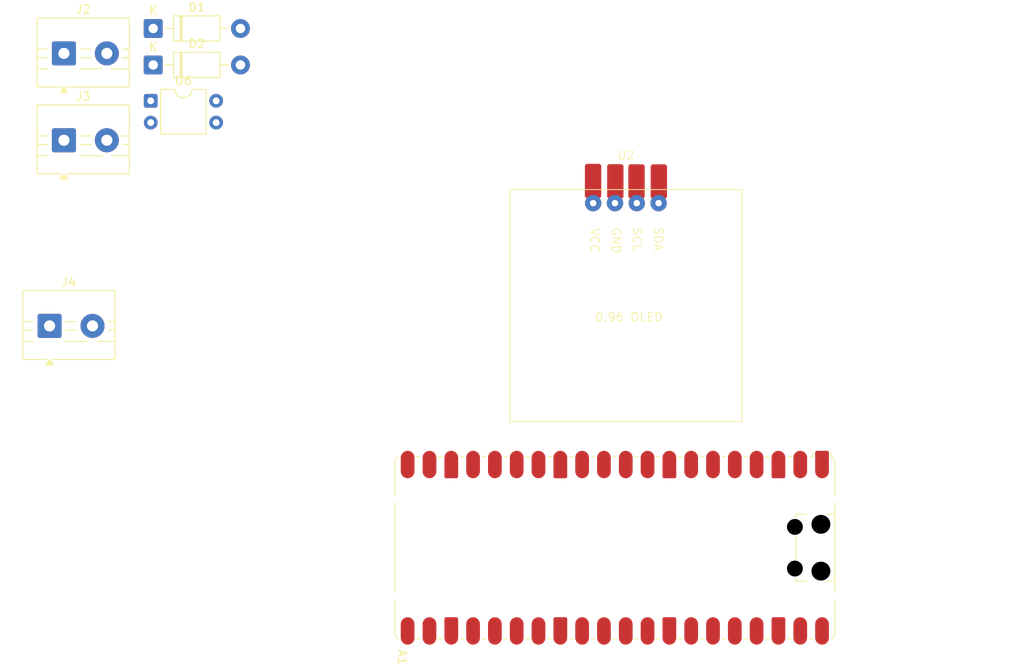
<source format=kicad_pcb>
(kicad_pcb (version 20241229) (generator "pcbnew") (generator_version "9.0")
  (layers (0 "F.Cu" signal) (2 "B.Cu" signal) (13 "F.Paste" user) (15 "B.Paste" user) (5 "F.SilkS" user "F.Silkscreen") (7 "B.SilkS" user "B.Silkscreen") (1 "F.Mask" user) (3 "B.Mask" user) (25 "Edge.Cuts" user))
  (net 0 "")
  (net 2 "SDA")
  (net 4 "GND")
  (net 28 "+3.3V")
  (net 30 "VSYS")
  (net 33 "SCL")
  (net 35 "Net-(D1-A)")
  (net 36 "Net-(D1-K)")
  (net 37 "Net-(D2-A)")
  (net 38 "Net-(J2-Pin_2)")
  (net 39 "Net-(J2-Pin_1)")
  (net 40 "Net-(J3-Pin_2)")
  (net 41 "Net-(J3-Pin_1)")
  (net 42 "Net-(J4-Pin_2)")
  (net 43 "Net-(J4-Pin_1)")
  (net 44 "/External_GPIO")
  (net 45 "/External_GND")
  (net 46 "Net-(R1-Pad2)")
  (footprint "TerminalBlock:TerminalBlock_MaiXu_MX126-5.0-02P_1x02_P5.00mm" (layer "F.Cu") (at 45.375 87.525)
    (property "Reference" "J4" (at 2.25 -5.12 0) (layer "F.SilkS"))
    (property "Value" "Screw_Terminal_01x02")
    (fp_line (start -3.12 -4.12) (end 7.62 -4.12) (stroke (width 0.12)) (layer "F.SilkS"))
    (fp_line (start -3.12 -0.5) (end -1.88 -0.5) (stroke (width 0.12)) (layer "F.SilkS"))
    (fp_line (start -3.12 0.5) (end -1.88 0.5) (stroke (width 0.12)) (layer "F.SilkS"))
    (fp_line (start -3.12 1.8) (end -1.88 1.8) (stroke (width 0.12)) (layer "F.SilkS"))
    (fp_line (start -3.12 3.92) (end -3.12 -4.12) (stroke (width 0.12)) (layer "F.SilkS"))
    (fp_line (start -0.3 3.92) (end -3.12 3.92) (stroke (width 0.12)) (layer "F.SilkS"))
    (fp_line (start 1.88 -0.5) (end 3.188 -0.5) (stroke (width 0.12)) (layer "F.SilkS"))
    (fp_line (start 1.88 0.5) (end 3.188 0.5) (stroke (width 0.12)) (layer "F.SilkS"))
    (fp_line (start 1.88 1.8) (end 4.457 1.8) (stroke (width 0.12)) (layer "F.SilkS"))
    (fp_line (start 5.543 1.8) (end 7.62 1.8) (stroke (width 0.12)) (layer "F.SilkS"))
    (fp_line (start 6.812 -0.5) (end 7.62 -0.5) (stroke (width 0.12)) (layer "F.SilkS"))
    (fp_line (start 6.812 0.5) (end 7.62 0.5) (stroke (width 0.12)) (layer "F.SilkS"))
    (fp_line (start 7.62 -4.12) (end 7.62 3.92) (stroke (width 0.12)) (layer "F.SilkS"))
    (fp_line (start 7.62 3.92) (end 0.3 3.92) (stroke (width 0.12)) (layer "F.SilkS"))
    (fp_poly (pts (xy 0 3.92) (xy 0.44 4.53) (xy -0.44 4.53)) (stroke (width 0.12)) (fill yes) (layer "F.SilkS"))
    (pad "1" thru_hole roundrect (at 0 0) (size 2.8 2.8) (drill 1.3) (layers "*.Cu" "*.Mask") (roundrect_rratio 0.089286) (net 43 "Net-(J4-Pin_1)"))
    (pad "2" thru_hole circle (at 5 0) (size 2.8 2.8) (drill 1.3) (layers "*.Cu" "*.Mask") (net 42 "Net-(J4-Pin_2)"))
  )
  (footprint "TerminalBlock:TerminalBlock_MaiXu_MX126-5.0-02P_1x02_P5.00mm" (layer "F.Cu") (at 47.045 55.79)
    (property "Reference" "J2" (at 2.25 -5.12 0) (layer "F.SilkS"))
    (property "Value" "Screw_Terminal_01x02")
    (fp_line (start -3.12 -4.12) (end 7.62 -4.12) (stroke (width 0.12)) (layer "F.SilkS"))
    (fp_line (start -3.12 -0.5) (end -1.88 -0.5) (stroke (width 0.12)) (layer "F.SilkS"))
    (fp_line (start -3.12 0.5) (end -1.88 0.5) (stroke (width 0.12)) (layer "F.SilkS"))
    (fp_line (start -3.12 1.8) (end -1.88 1.8) (stroke (width 0.12)) (layer "F.SilkS"))
    (fp_line (start -3.12 3.92) (end -3.12 -4.12) (stroke (width 0.12)) (layer "F.SilkS"))
    (fp_line (start -0.3 3.92) (end -3.12 3.92) (stroke (width 0.12)) (layer "F.SilkS"))
    (fp_line (start 1.88 -0.5) (end 3.188 -0.5) (stroke (width 0.12)) (layer "F.SilkS"))
    (fp_line (start 1.88 0.5) (end 3.188 0.5) (stroke (width 0.12)) (layer "F.SilkS"))
    (fp_line (start 1.88 1.8) (end 4.457 1.8) (stroke (width 0.12)) (layer "F.SilkS"))
    (fp_line (start 5.543 1.8) (end 7.62 1.8) (stroke (width 0.12)) (layer "F.SilkS"))
    (fp_line (start 6.812 -0.5) (end 7.62 -0.5) (stroke (width 0.12)) (layer "F.SilkS"))
    (fp_line (start 6.812 0.5) (end 7.62 0.5) (stroke (width 0.12)) (layer "F.SilkS"))
    (fp_line (start 7.62 -4.12) (end 7.62 3.92) (stroke (width 0.12)) (layer "F.SilkS"))
    (fp_line (start 7.62 3.92) (end 0.3 3.92) (stroke (width 0.12)) (layer "F.SilkS"))
    (fp_poly (pts (xy 0 3.92) (xy 0.44 4.53) (xy -0.44 4.53)) (stroke (width 0.12)) (fill yes) (layer "F.SilkS"))
    (pad "1" thru_hole roundrect (at 0 0) (size 2.8 2.8) (drill 1.3) (layers "*.Cu" "*.Mask") (roundrect_rratio 0.089286) (net 39 "Net-(J2-Pin_1)"))
    (pad "2" thru_hole circle (at 5 0) (size 2.8 2.8) (drill 1.3) (layers "*.Cu" "*.Mask") (net 38 "Net-(J2-Pin_2)"))
  )
  (footprint "Diode_THT:D_DO-41_SOD81_P10.16mm_Horizontal" (layer "F.Cu") (at 57.445 52.89)
    (property "Reference" "D1" (at 5.08 -2.47 0) (layer "F.SilkS"))
    (property "Value" "1N4007")
    (fp_line (start 1.34 0) (end 2.36 0) (stroke (width 0.12)) (layer "F.SilkS"))
    (fp_line (start 3.14 -1.47) (end 3.14 1.47) (stroke (width 0.12)) (layer "F.SilkS"))
    (fp_line (start 3.26 -1.47) (end 3.26 1.47) (stroke (width 0.12)) (layer "F.SilkS"))
    (fp_line (start 3.38 -1.47) (end 3.38 1.47) (stroke (width 0.12)) (layer "F.SilkS"))
    (fp_line (start 8.82 0) (end 7.8 0) (stroke (width 0.12)) (layer "F.SilkS"))
    (fp_rect (start 2.36 -1.47) (end 7.8 1.47) (stroke (width 0.12)) (fill no) (layer "F.SilkS"))
    (fp_text user "K" (at 0 -2.1 0) (layer "F.SilkS"))
    (pad "1" thru_hole roundrect (at 0 0) (size 2.2 2.2) (drill 1.1) (layers "*.Cu" "*.Mask") (roundrect_rratio 0.113636) (net 36 "Net-(D1-K)"))
    (pad "2" thru_hole circle (at 10.16 0) (size 2.2 2.2) (drill 1.1) (layers "*.Cu" "*.Mask") (net 35 "Net-(D1-A)"))
  )
  (footprint "Package_DIP:DIP-4_W7.62mm" (layer "F.Cu") (at 57.155 61.31)
    (property "Reference" "U6" (at 3.81 -2.33 0) (layer "F.SilkS"))
    (property "Value" "PC817")
    (fp_line (start 1.16 -1.33) (end 1.16 3.87) (stroke (width 0.12)) (layer "F.SilkS"))
    (fp_line (start 1.16 3.87) (end 6.46 3.87) (stroke (width 0.12)) (layer "F.SilkS"))
    (fp_line (start 2.81 -1.33) (end 1.16 -1.33) (stroke (width 0.12)) (layer "F.SilkS"))
    (fp_line (start 6.46 -1.33) (end 4.81 -1.33) (stroke (width 0.12)) (layer "F.SilkS"))
    (fp_line (start 6.46 3.87) (end 6.46 -1.33) (stroke (width 0.12)) (layer "F.SilkS"))
    (fp_arc (start 4.81 -1.33) (mid 3.81 -0.33) (end 2.81 -1.33) (stroke (width 0.12)) (layer "F.SilkS"))
    (pad "1" thru_hole roundrect (at 0 0) (size 1.6 1.6) (drill 0.8) (layers "*.Cu" "*.Mask") (roundrect_rratio 0.15625) (net 46 "Net-(R1-Pad2)"))
    (pad "2" thru_hole circle (at 0 2.54) (size 1.6 1.6) (drill 0.8) (layers "*.Cu" "*.Mask") (net 4 "GND"))
    (pad "3" thru_hole circle (at 7.62 2.54) (size 1.6 1.6) (drill 0.8) (layers "*.Cu" "*.Mask") (net 45 "/External_GND"))
    (pad "4" thru_hole circle (at 7.62 0) (size 1.6 1.6) (drill 0.8) (layers "*.Cu" "*.Mask") (net 44 "/External_GPIO"))
  )
  (footprint "TerminalBlock:TerminalBlock_MaiXu_MX126-5.0-02P_1x02_P5.00mm" (layer "F.Cu") (at 47.045 65.905)
    (property "Reference" "J3" (at 2.25 -5.12 0) (layer "F.SilkS"))
    (property "Value" "Screw_Terminal_01x02")
    (fp_line (start -3.12 -4.12) (end 7.62 -4.12) (stroke (width 0.12)) (layer "F.SilkS"))
    (fp_line (start -3.12 -0.5) (end -1.88 -0.5) (stroke (width 0.12)) (layer "F.SilkS"))
    (fp_line (start -3.12 0.5) (end -1.88 0.5) (stroke (width 0.12)) (layer "F.SilkS"))
    (fp_line (start -3.12 1.8) (end -1.88 1.8) (stroke (width 0.12)) (layer "F.SilkS"))
    (fp_line (start -3.12 3.92) (end -3.12 -4.12) (stroke (width 0.12)) (layer "F.SilkS"))
    (fp_line (start -0.3 3.92) (end -3.12 3.92) (stroke (width 0.12)) (layer "F.SilkS"))
    (fp_line (start 1.88 -0.5) (end 3.188 -0.5) (stroke (width 0.12)) (layer "F.SilkS"))
    (fp_line (start 1.88 0.5) (end 3.188 0.5) (stroke (width 0.12)) (layer "F.SilkS"))
    (fp_line (start 1.88 1.8) (end 4.457 1.8) (stroke (width 0.12)) (layer "F.SilkS"))
    (fp_line (start 5.543 1.8) (end 7.62 1.8) (stroke (width 0.12)) (layer "F.SilkS"))
    (fp_line (start 6.812 -0.5) (end 7.62 -0.5) (stroke (width 0.12)) (layer "F.SilkS"))
    (fp_line (start 6.812 0.5) (end 7.62 0.5) (stroke (width 0.12)) (layer "F.SilkS"))
    (fp_line (start 7.62 -4.12) (end 7.62 3.92) (stroke (width 0.12)) (layer "F.SilkS"))
    (fp_line (start 7.62 3.92) (end 0.3 3.92) (stroke (width 0.12)) (layer "F.SilkS"))
    (fp_poly (pts (xy 0 3.92) (xy 0.44 4.53) (xy -0.44 4.53)) (stroke (width 0.12)) (fill yes) (layer "F.SilkS"))
    (pad "1" thru_hole roundrect (at 0 0) (size 2.8 2.8) (drill 1.3) (layers "*.Cu" "*.Mask") (roundrect_rratio 0.089286) (net 41 "Net-(J3-Pin_1)"))
    (pad "2" thru_hole circle (at 5 0) (size 2.8 2.8) (drill 1.3) (layers "*.Cu" "*.Mask") (net 40 "Net-(J3-Pin_2)"))
  )
  (footprint "Module:RaspberryPi_Pico_Common_SMD" (layer "F.Cu") (at 111.205 113.36 -90)
    (property "Reference" "A1" (at 11.7475 24.765 270) (layer "F.SilkS") (effects (justify left)))
    (property "Value" "RaspberryPi_Pico")
    (fp_line (start -10 25.61) (end -6.162061 25.61) (stroke (width 0.12)) (layer "F.SilkS"))
    (fp_line (start -3.6 25.61) (end -5.237939 25.61) (stroke (width 0.12)) (layer "F.SilkS"))
    (fp_line (start 3.6 25.61) (end -3.6 25.61) (stroke (width 0.12)) (layer "F.SilkS"))
    (fp_line (start 5.237939 25.61) (end 3.6 25.61) (stroke (width 0.12)) (layer "F.SilkS"))
    (fp_line (start 6.162061 25.61) (end 10 25.61) (stroke (width 0.12)) (layer "F.SilkS"))
    (fp_line (start -10.61 22.65) (end -10.61 23.07) (stroke (width 0.12)) (layer "F.SilkS"))
    (fp_line (start 10.61 22.65) (end 10.61 23.07) (stroke (width 0.12)) (layer "F.SilkS"))
    (fp_line (start -10.61 20.11) (end -10.61 20.53) (stroke (width 0.12)) (layer "F.SilkS"))
    (fp_line (start 10.61 20.11) (end 10.61 20.53) (stroke (width 0.12)) (layer "F.SilkS"))
    (fp_line (start -10.61 17.57) (end -10.61 17.99) (stroke (width 0.12)) (layer "F.SilkS"))
    (fp_line (start 10.61 17.57) (end 10.61 17.99) (stroke (width 0.12)) (layer "F.SilkS"))
    (fp_line (start -10.61 15.03) (end -10.61 15.45) (stroke (width 0.12)) (layer "F.SilkS"))
    (fp_line (start 10.61 15.03) (end 10.61 15.45) (stroke (width 0.12)) (layer "F.SilkS"))
    (fp_line (start -10.61 12.49) (end -10.61 12.91) (stroke (width 0.12)) (layer "F.SilkS"))
    (fp_line (start 10.61 12.49) (end 10.61 12.91) (stroke (width 0.12)) (layer "F.SilkS"))
    (fp_line (start -10.61 9.95) (end -10.61 10.37) (stroke (width 0.12)) (layer "F.SilkS"))
    (fp_line (start 10.61 9.95) (end 10.61 10.37) (stroke (width 0.12)) (layer "F.SilkS"))
    (fp_line (start -10.61 7.41) (end -10.61 7.83) (stroke (width 0.12)) (layer "F.SilkS"))
    (fp_line (start 10.61 7.41) (end 10.61 7.83) (stroke (width 0.12)) (layer "F.SilkS"))
    (fp_line (start -10.61 4.87) (end -10.61 5.29) (stroke (width 0.12)) (layer "F.SilkS"))
    (fp_line (start 10.61 4.87) (end 10.61 5.29) (stroke (width 0.12)) (layer "F.SilkS"))
    (fp_line (start -10.61 2.33) (end -10.61 2.75) (stroke (width 0.12)) (layer "F.SilkS"))
    (fp_line (start 10.61 2.33) (end 10.61 2.75) (stroke (width 0.12)) (layer "F.SilkS"))
    (fp_line (start -10.61 -0.21) (end -10.61 0.21) (stroke (width 0.12)) (layer "F.SilkS"))
    (fp_line (start 10.61 -0.21) (end 10.61 0.21) (stroke (width 0.12)) (layer "F.SilkS"))
    (fp_line (start -10.61 -2.75) (end -10.61 -2.33) (stroke (width 0.12)) (layer "F.SilkS"))
    (fp_line (start 10.61 -2.75) (end 10.61 -2.33) (stroke (width 0.12)) (layer "F.SilkS"))
    (fp_line (start -10.61 -5.29) (end -10.61 -4.87) (stroke (width 0.12)) (layer "F.SilkS"))
    (fp_line (start 10.61 -5.29) (end 10.61 -4.87) (stroke (width 0.12)) (layer "F.SilkS"))
    (fp_line (start -10.61 -7.83) (end -10.61 -7.41) (stroke (width 0.12)) (layer "F.SilkS"))
    (fp_line (start 10.61 -7.83) (end 10.61 -7.41) (stroke (width 0.12)) (layer "F.SilkS"))
    (fp_line (start -10.61 -10.37) (end -10.61 -9.95) (stroke (width 0.12)) (layer "F.SilkS"))
    (fp_line (start 10.61 -10.37) (end 10.61 -9.95) (stroke (width 0.12)) (layer "F.SilkS"))
    (fp_line (start -10.61 -12.91) (end -10.61 -12.49) (stroke (width 0.12)) (layer "F.SilkS"))
    (fp_line (start 10.61 -12.91) (end 10.61 -12.49) (stroke (width 0.12)) (layer "F.SilkS"))
    (fp_line (start -10.61 -15.45) (end -10.61 -15.03) (stroke (width 0.12)) (layer "F.SilkS"))
    (fp_line (start 10.61 -15.45) (end 10.61 -15.03) (stroke (width 0.12)) (layer "F.SilkS"))
    (fp_line (start -10.61 -17.99) (end -10.61 -17.57) (stroke (width 0.12)) (layer "F.SilkS"))
    (fp_line (start 10.61 -17.99) (end 10.61 -17.57) (stroke (width 0.12)) (layer "F.SilkS"))
    (fp_line (start -10.61 -20.53) (end -10.61 -20.11) (stroke (width 0.12)) (layer "F.SilkS"))
    (fp_line (start 10.61 -20.53) (end 10.61 -20.11) (stroke (width 0.12)) (layer "F.SilkS"))
    (fp_line (start -3.9 -21.09) (end -3.60391 -21.09) (stroke (width 0.12)) (layer "F.SilkS"))
    (fp_line (start -1.24609 -21.09) (end 1.24609 -21.09) (stroke (width 0.12)) (layer "F.SilkS"))
    (fp_line (start 3.60391 -21.09) (end 3.9 -21.09) (stroke (width 0.12)) (layer "F.SilkS"))
    (fp_line (start -3.9 -22.306) (end -3.9 -21.09) (stroke (width 0.12)) (layer "F.SilkS"))
    (fp_line (start 3.9 -22.306) (end 3.9 -21.09) (stroke (width 0.12)) (layer "F.SilkS"))
    (fp_line (start -10.61 -23.07) (end -10.61 -22.65) (stroke (width 0.12)) (layer "F.SilkS"))
    (fp_line (start -10.61 -23.07) (end -11.09 -23.07) (stroke (width 0.12)) (layer "F.SilkS"))
    (fp_line (start 10.61 -23.07) (end 10.61 -22.65) (stroke (width 0.12)) (layer "F.SilkS"))
    (fp_line (start -10.579676 -25.19) (end -11.09 -25.19) (stroke (width 0.12)) (layer "F.SilkS"))
    (fp_line (start -10 -25.61) (end -7.51 -25.61) (stroke (width 0.12)) (layer "F.SilkS"))
    (fp_line (start -7.51 -25.61) (end -6.16206 -25.61) (stroke (width 0.12)) (layer "F.SilkS"))
    (fp_line (start -5.237939 -25.61) (end -4.235 -25.61) (stroke (width 0.12)) (layer "F.SilkS"))
    (fp_line (start -4.235 -25.61) (end 4.235 -25.61) (stroke (width 0.12)) (layer "F.SilkS"))
    (fp_line (start -3.9 -25.61) (end -3.9 -24.694) (stroke (width 0.12)) (layer "F.SilkS"))
    (fp_line (start 3.9 -25.61) (end 3.9 -24.694) (stroke (width 0.12)) (layer "F.SilkS"))
    (fp_line (start 4.235 -25.61) (end 5.237939 -25.61) (stroke (width 0.12)) (layer "F.SilkS"))
    (fp_line (start 6.162061 -25.61) (end 7.51 -25.61) (stroke (width 0.12)) (layer "F.SilkS"))
    (fp_line (start 10 -25.61) (end 7.51 -25.61) (stroke (width 0.12)) (layer "F.SilkS"))
    (fp_arc (start -10 25.61) (mid -10.357937 25.493944) (end -10.579676 25.189937) (stroke (width 0.12)) (layer "F.SilkS"))
    (fp_arc (start 10.579676 25.189937) (mid 10.357946 25.493957) (end 10 25.61) (stroke (width 0.12)) (layer "F.SilkS"))
    (fp_arc (start -10.579676 -25.19) (mid -10.357938 -25.493944) (end -10 -25.61) (stroke (width 0.12)) (layer "F.SilkS"))
    (fp_arc (start 10 -25.61) (mid 10.357937 -25.493944) (end 10.579676 -25.189937) (stroke (width 0.12)) (layer "F.SilkS"))
    (pad "" smd rect (at -8.89 -24.13 270) (size 3.8 2.2) (drill (offset -0.8 0)) (layers "F.Paste"))
    (pad "" smd rect (at -8.89 -21.59 270) (size 3.8 2.2) (drill (offset -0.8 0)) (layers "F.Paste"))
    (pad "" smd rect (at -8.89 -19.05 270) (size 3.8 2.2) (drill (offset -0.8 0)) (layers "F.Paste"))
    (pad "" smd rect (at -8.89 -16.51 270) (size 3.8 2.2) (drill (offset -0.8 0)) (layers "F.Paste"))
    (pad "" smd rect (at -8.89 -13.97 270) (size 3.8 2.2) (drill (offset -0.8 0)) (layers "F.Paste"))
    (pad "" smd rect (at -8.89 -11.43 270) (size 3.8 2.2) (drill (offset -0.8 0)) (layers "F.Paste"))
    (pad "" smd rect (at -8.89 -8.89 270) (size 3.8 2.2) (drill (offset -0.8 0)) (layers "F.Paste"))
    (pad "" smd rect (at -8.89 -6.35 270) (size 3.8 2.2) (drill (offset -0.8 0)) (layers "F.Paste"))
    (pad "" smd rect (at -8.89 -3.81 270) (size 3.8 2.2) (drill (offset -0.8 0)) (layers "F.Paste"))
    (pad "" smd rect (at -8.89 -1.27 270) (size 3.8 2.2) (drill (offset -0.8 0)) (layers "F.Paste"))
    (pad "" smd rect (at -8.89 1.27 270) (size 3.8 2.2) (drill (offset -0.8 0)) (layers "F.Paste"))
    (pad "" smd rect (at -8.89 3.81 270) (size 3.8 2.2) (drill (offset -0.8 0)) (layers "F.Paste"))
    (pad "" smd rect (at -8.89 6.35 270) (size 3.8 2.2) (drill (offset -0.8 0)) (layers "F.Paste"))
    (pad "" smd rect (at -8.89 8.89 270) (size 3.8 2.2) (drill (offset -0.8 0)) (layers "F.Paste"))
    (pad "" smd rect (at -8.89 11.43 270) (size 3.8 2.2) (drill (offset -0.8 0)) (layers "F.Paste"))
    (pad "" smd rect (at -8.89 13.97 270) (size 3.8 2.2) (drill (offset -0.8 0)) (layers "F.Paste"))
    (pad "" smd rect (at -8.89 16.51 270) (size 3.8 2.2) (drill (offset -0.8 0)) (layers "F.Paste"))
    (pad "" smd rect (at -8.89 19.05 270) (size 3.8 2.2) (drill (offset -0.8 0)) (layers "F.Paste"))
    (pad "" smd rect (at -8.89 21.59 270) (size 3.8 2.2) (drill (offset -0.8 0)) (layers "F.Paste"))
    (pad "" smd rect (at -8.89 24.13 270) (size 3.8 2.2) (drill (offset -0.8 0)) (layers "F.Paste"))
    (pad "" np_thru_hole circle (at -2.725 -24 270) (size 2.2 2.2) (drill 2.2) (layers "*.Mask"))
    (pad "" np_thru_hole circle (at -2.425 -20.97 270) (size 1.85 1.85) (drill 1.85) (layers "*.Mask"))
    (pad "" np_thru_hole circle (at 2.425 -20.97 270) (size 1.85 1.85) (drill 1.85) (layers "*.Mask"))
    (pad "" np_thru_hole circle (at 2.725 -24 270) (size 2.2 2.2) (drill 2.2) (layers "*.Mask"))
    (pad "" smd rect (at 8.89 -24.13 270) (size 3.8 2.2) (drill (offset 0.8 0)) (layers "F.Paste"))
    (pad "" smd rect (at 8.89 -21.59 270) (size 3.8 2.2) (drill (offset 0.8 0)) (layers "F.Paste"))
    (pad "" smd rect (at 8.89 -19.05 270) (size 3.8 2.2) (drill (offset 0.8 0)) (layers "F.Paste"))
    (pad "" smd rect (at 8.89 -16.51 270) (size 3.8 2.2) (drill (offset 0.8 0)) (layers "F.Paste"))
    (pad "" smd rect (at 8.89 -13.97 270) (size 3.8 2.2) (drill (offset 0.8 0)) (layers "F.Paste"))
    (pad "" smd rect (at 8.89 -11.43 270) (size 3.8 2.2) (drill (offset 0.8 0)) (layers "F.Paste"))
    (pad "" smd rect (at 8.89 -8.89 270) (size 3.8 2.2) (drill (offset 0.8 0)) (layers "F.Paste"))
    (pad "" smd rect (at 8.89 -6.35 270) (size 3.8 2.2) (drill (offset 0.8 0)) (layers "F.Paste"))
    (pad "" smd rect (at 8.89 -3.81 270) (size 3.8 2.2) (drill (offset 0.8 0)) (layers "F.Paste"))
    (pad "" smd rect (at 8.89 -1.27 270) (size 3.8 2.2) (drill (offset 0.8 0)) (layers "F.Paste"))
    (pad "" smd rect (at 8.89 1.27 270) (size 3.8 2.2) (drill (offset 0.8 0)) (layers "F.Paste"))
    (pad "" smd rect (at 8.89 3.81 270) (size 3.8 2.2) (drill (offset 0.8 0)) (layers "F.Paste"))
    (pad "" smd rect (at 8.89 6.35 270) (size 3.8 2.2) (drill (offset 0.8 0)) (layers "F.Paste"))
    (pad "" smd rect (at 8.89 8.89 270) (size 3.8 2.2) (drill (offset 0.8 0)) (layers "F.Paste"))
    (pad "" smd rect (at 8.89 11.43 270) (size 3.8 2.2) (drill (offset 0.8 0)) (layers "F.Paste"))
    (pad "" smd rect (at 8.89 13.97 270) (size 3.8 2.2) (drill (offset 0.8 0)) (layers "F.Paste"))
    (pad "" smd rect (at 8.89 16.51 270) (size 3.8 2.2) (drill (offset 0.8 0)) (layers "F.Paste"))
    (pad "" smd rect (at 8.89 19.05 270) (size 3.8 2.2) (drill (offset 0.8 0)) (layers "F.Paste"))
    (pad "" smd rect (at 8.89 21.59 270) (size 3.8 2.2) (drill (offset 0.8 0)) (layers "F.Paste"))
    (pad "" smd rect (at 8.89 24.13 270) (size 3.8 2.2) (drill (offset 0.8 0)) (layers "F.Paste"))
    (pad "1" smd custom (at -9.69 -24.13 270) (size 1.6 0.8) (layers "F.Cu" "F.Mask") (options (clearance outline) (anchor rect)) (primitives (gr_circle (center 0.8 0) (end 1.6 0) (width 0) (fill yes)) (gr_poly (pts (xy -1.6 -0.6) (xy -1.6 0.6) (xy -1.4 0.8) (xy 0.8 0.8) (xy 0.8 -0.8) (xy -1.4 -0.8)) (width 0) (fill yes)) (gr_circle (center -1.4 -0.6) (end -1.2 -0.6) (width 0) (fill yes)) (gr_circle (center -1.4 0.6) (end -1.2 0.6) (width 0) (fill yes))))
    (pad "2" smd roundrect (at -9.69 -21.59 270) (size 3.2 1.6) (layers "F.Cu" "F.Mask") (roundrect_rratio 0.5))
    (pad "3" smd custom (at -9.69 -19.05 270) (size 1.6 0.8) (layers "F.Cu" "F.Mask") (net 4 "GND") (options (clearance outline) (anchor rect)) (primitives (gr_circle (center -0.8 0) (end 0 0) (width 0) (fill yes)) (gr_poly (pts (xy 1.6 -0.6) (xy 1.6 0.6) (xy 1.4 0.8) (xy -0.8 0.8) (xy -0.8 -0.8) (xy 1.4 -0.8)) (width 0) (fill yes)) (gr_circle (center 1.4 -0.6) (end 1.6 -0.6) (width 0) (fill yes)) (gr_circle (center 1.4 0.6) (end 1.6 0.6) (width 0) (fill yes))))
    (pad "4" smd roundrect (at -9.69 -16.51 270) (size 3.2 1.6) (layers "F.Cu" "F.Mask") (roundrect_rratio 0.5))
    (pad "5" smd roundrect (at -9.69 -13.97 270) (size 3.2 1.6) (layers "F.Cu" "F.Mask") (roundrect_rratio 0.5))
    (pad "6" smd roundrect (at -9.69 -11.43 270) (size 3.2 1.6) (layers "F.Cu" "F.Mask") (roundrect_rratio 0.5) (net 2 "SDA"))
    (pad "7" smd roundrect (at -9.69 -8.89 270) (size 3.2 1.6) (layers "F.Cu" "F.Mask") (roundrect_rratio 0.5) (net 33 "SCL"))
    (pad "8" smd custom (at -9.69 -6.35 270) (size 1.6 0.8) (layers "F.Cu" "F.Mask") (net 4 "GND") (options (clearance outline) (anchor rect)) (primitives (gr_circle (center -0.8 0) (end 0 0) (width 0) (fill yes)) (gr_poly (pts (xy 1.6 -0.6) (xy 1.6 0.6) (xy 1.4 0.8) (xy -0.8 0.8) (xy -0.8 -0.8) (xy 1.4 -0.8)) (width 0) (fill yes)) (gr_circle (center 1.4 -0.6) (end 1.6 -0.6) (width 0) (fill yes)) (gr_circle (center 1.4 0.6) (end 1.6 0.6) (width 0) (fill yes))))
    (pad "9" smd roundrect (at -9.69 -3.81 270) (size 3.2 1.6) (layers "F.Cu" "F.Mask") (roundrect_rratio 0.5))
    (pad "10" smd roundrect (at -9.69 -1.27 270) (size 3.2 1.6) (layers "F.Cu" "F.Mask") (roundrect_rratio 0.5))
    (pad "11" smd roundrect (at -9.69 1.27 270) (size 3.2 1.6) (layers "F.Cu" "F.Mask") (roundrect_rratio 0.5))
    (pad "12" smd roundrect (at -9.69 3.81 270) (size 3.2 1.6) (layers "F.Cu" "F.Mask") (roundrect_rratio 0.5))
    (pad "13" smd custom (at -9.69 6.35 270) (size 1.6 0.8) (layers "F.Cu" "F.Mask") (net 4 "GND") (options (clearance outline) (anchor rect)) (primitives (gr_circle (center -0.8 0) (end 0 0) (width 0) (fill yes)) (gr_poly (pts (xy 1.6 -0.6) (xy 1.6 0.6) (xy 1.4 0.8) (xy -0.8 0.8) (xy -0.8 -0.8) (xy 1.4 -0.8)) (width 0) (fill yes)) (gr_circle (center 1.4 -0.6) (end 1.6 -0.6) (width 0) (fill yes)) (gr_circle (center 1.4 0.6) (end 1.6 0.6) (width 0) (fill yes))))
    (pad "14" smd roundrect (at -9.69 8.89 270) (size 3.2 1.6) (layers "F.Cu" "F.Mask") (roundrect_rratio 0.5))
    (pad "15" smd roundrect (at -9.69 11.43 270) (size 3.2 1.6) (layers "F.Cu" "F.Mask") (roundrect_rratio 0.5))
    (pad "16" smd roundrect (at -9.69 13.97 270) (size 3.2 1.6) (layers "F.Cu" "F.Mask") (roundrect_rratio 0.5))
    (pad "17" smd roundrect (at -9.69 16.51 270) (size 3.2 1.6) (layers "F.Cu" "F.Mask") (roundrect_rratio 0.5))
    (pad "18" smd custom (at -9.69 19.05 270) (size 1.6 0.8) (layers "F.Cu" "F.Mask") (net 4 "GND") (options (clearance outline) (anchor rect)) (primitives (gr_circle (center -0.8 0) (end 0 0) (width 0) (fill yes)) (gr_poly (pts (xy 1.6 -0.6) (xy 1.6 0.6) (xy 1.4 0.8) (xy -0.8 0.8) (xy -0.8 -0.8) (xy 1.4 -0.8)) (width 0) (fill yes)) (gr_circle (center 1.4 -0.6) (end 1.6 -0.6) (width 0) (fill yes)) (gr_circle (center 1.4 0.6) (end 1.6 0.6) (width 0) (fill yes))))
    (pad "19" smd roundrect (at -9.69 21.59 270) (size 3.2 1.6) (layers "F.Cu" "F.Mask") (roundrect_rratio 0.5))
    (pad "20" smd roundrect (at -9.69 24.13 270) (size 3.2 1.6) (layers "F.Cu" "F.Mask") (roundrect_rratio 0.5))
    (pad "21" smd roundrect (at 9.69 24.13 270) (size 3.2 1.6) (layers "F.Cu" "F.Mask") (roundrect_rratio 0.5))
    (pad "22" smd roundrect (at 9.69 21.59 270) (size 3.2 1.6) (layers "F.Cu" "F.Mask") (roundrect_rratio 0.5))
    (pad "23" smd custom (at 9.69 19.05 270) (size 1.6 0.8) (layers "F.Cu" "F.Mask") (net 4 "GND") (options (clearance outline) (anchor rect)) (primitives (gr_circle (center 0.8 0) (end 1.6 0) (width 0) (fill yes)) (gr_poly (pts (xy -1.6 -0.6) (xy -1.6 0.6) (xy -1.4 0.8) (xy 0.8 0.8) (xy 0.8 -0.8) (xy -1.4 -0.8)) (width 0) (fill yes)) (gr_circle (center -1.4 -0.6) (end -1.2 -0.6) (width 0) (fill yes)) (gr_circle (center -1.4 0.6) (end -1.2 0.6) (width 0) (fill yes))))
    (pad "24" smd roundrect (at 9.69 16.51 270) (size 3.2 1.6) (layers "F.Cu" "F.Mask") (roundrect_rratio 0.5))
    (pad "25" smd roundrect (at 9.69 13.97 270) (size 3.2 1.6) (layers "F.Cu" "F.Mask") (roundrect_rratio 0.5))
    (pad "26" smd roundrect (at 9.69 11.43 270) (size 3.2 1.6) (layers "F.Cu" "F.Mask") (roundrect_rratio 0.5))
    (pad "27" smd roundrect (at 9.69 8.89 270) (size 3.2 1.6) (layers "F.Cu" "F.Mask") (roundrect_rratio 0.5))
    (pad "28" smd custom (at 9.69 6.35 270) (size 1.6 0.8) (layers "F.Cu" "F.Mask") (net 4 "GND") (options (clearance outline) (anchor rect)) (primitives (gr_circle (center 0.8 0) (end 1.6 0) (width 0) (fill yes)) (gr_poly (pts (xy -1.6 -0.6) (xy -1.6 0.6) (xy -1.4 0.8) (xy 0.8 0.8) (xy 0.8 -0.8) (xy -1.4 -0.8)) (width 0) (fill yes)) (gr_circle (center -1.4 -0.6) (end -1.2 -0.6) (width 0) (fill yes)) (gr_circle (center -1.4 0.6) (end -1.2 0.6) (width 0) (fill yes))))
    (pad "29" smd roundrect (at 9.69 3.81 270) (size 3.2 1.6) (layers "F.Cu" "F.Mask") (roundrect_rratio 0.5))
    (pad "30" smd roundrect (at 9.69 1.27 270) (size 3.2 1.6) (layers "F.Cu" "F.Mask") (roundrect_rratio 0.5))
    (pad "31" smd roundrect (at 9.69 -1.27 270) (size 3.2 1.6) (layers "F.Cu" "F.Mask") (roundrect_rratio 0.5))
    (pad "32" smd roundrect (at 9.69 -3.81 270) (size 3.2 1.6) (layers "F.Cu" "F.Mask") (roundrect_rratio 0.5))
    (pad "33" smd custom (at 9.69 -6.35 270) (size 1.6 0.8) (layers "F.Cu" "F.Mask") (options (clearance outline) (anchor rect)) (primitives (gr_circle (center 0.8 0) (end 1.6 0) (width 0) (fill yes)) (gr_poly (pts (xy -1.6 -0.6) (xy -1.6 0.6) (xy -1.4 0.8) (xy 0.8 0.8) (xy 0.8 -0.8) (xy -1.4 -0.8)) (width 0) (fill yes)) (gr_circle (center -1.4 -0.6) (end -1.2 -0.6) (width 0) (fill yes)) (gr_circle (center -1.4 0.6) (end -1.2 0.6) (width 0) (fill yes))))
    (pad "34" smd roundrect (at 9.69 -8.89 270) (size 3.2 1.6) (layers "F.Cu" "F.Mask") (roundrect_rratio 0.5))
    (pad "35" smd roundrect (at 9.69 -11.43 270) (size 3.2 1.6) (layers "F.Cu" "F.Mask") (roundrect_rratio 0.5))
    (pad "36" smd roundrect (at 9.69 -13.97 270) (size 3.2 1.6) (layers "F.Cu" "F.Mask") (roundrect_rratio 0.5) (net 28 "+3.3V"))
    (pad "37" smd roundrect (at 9.69 -16.51 270) (size 3.2 1.6) (layers "F.Cu" "F.Mask") (roundrect_rratio 0.5))
    (pad "38" smd custom (at 9.69 -19.05 270) (size 1.6 0.8) (layers "F.Cu" "F.Mask") (net 4 "GND") (options (clearance outline) (anchor rect)) (primitives (gr_circle (center 0.8 0) (end 1.6 0) (width 0) (fill yes)) (gr_poly (pts (xy -1.6 -0.6) (xy -1.6 0.6) (xy -1.4 0.8) (xy 0.8 0.8) (xy 0.8 -0.8) (xy -1.4 -0.8)) (width 0) (fill yes)) (gr_circle (center -1.4 -0.6) (end -1.2 -0.6) (width 0) (fill yes)) (gr_circle (center -1.4 0.6) (end -1.2 0.6) (width 0) (fill yes))))
    (pad "39" smd roundrect (at 9.69 -21.59 270) (size 3.2 1.6) (layers "F.Cu" "F.Mask") (roundrect_rratio 0.5) (net 30 "VSYS"))
    (pad "40" smd roundrect (at 9.69 -24.13 270) (size 3.2 1.6) (layers "F.Cu" "F.Mask") (roundrect_rratio 0.5))
  )
  (footprint "Taunoe_footprints:Tauno_OLED_ssd1306" (layer "F.Cu") (at 112.5 68.15)
    (property "Reference" "U2" (at 0 -0.5 0) (layer "F.SilkS") (effects (font (thickness 0.1))))
    (property "Value" "Tauno_Oled_096_SSD1306")
    (fp_rect (start -13.5 3.5) (end 13.5 30.5) (stroke (width 0.1)) (fill no) (layer "F.SilkS"))
    (fp_text user "0.96 OLED" (at -3.64 18.95 0) (layer "F.SilkS") (effects (font (thickness 0.1)) (justify left bottom)))
    (fp_text user "SCL" (at 0.73 7.82 270) (layer "F.SilkS") (effects (font (thickness 0.1)) (justify left bottom)))
    (fp_text user "VCC" (at -4.24 7.93 270) (layer "F.SilkS") (effects (font (thickness 0.1)) (justify left bottom)))
    (fp_text user "GND" (at -1.74 7.82 270) (layer "F.SilkS") (effects (font (thickness 0.1)) (justify left bottom)))
    (fp_text user "SDA" (at 3.2 7.79 270) (layer "F.SilkS") (effects (font (thickness 0.1)) (justify left bottom)))
    (pad "1" thru_hole circle (at -3.82 5.08) (size 1.905 1.905) (drill 0.75) (layers "*.Cu" "*.Mask") (net 28 "+3.3V") (clearance 0.3))
    (pad "2" thru_hole circle (at -1.28 5.08) (size 1.905 1.905) (drill 0.75) (layers "*.Cu" "*.Mask") (net 4 "GND") (clearance 0.3))
    (pad "3" thru_hole circle (at 1.26 5.08) (size 1.905 1.905) (drill 0.75) (layers "*.Cu" "*.Mask") (net 33 "SCL") (clearance 0.3))
    (pad "4" thru_hole circle (at 3.8 5.08) (size 1.905 1.905) (drill 0.75) (layers "*.Cu" "*.Mask") (net 2 "SDA") (clearance 0.3))
    (pad "5" smd roundrect (at -3.83 2.5) (size 1.905 4) (layers "F.Cu" "F.Mask" "F.Paste") (roundrect_rratio 0.15))
    (pad "6" smd roundrect (at -1.24 2.54) (size 1.905 4) (layers "F.Cu" "F.Mask" "F.Paste") (roundrect_rratio 0.15))
    (pad "7" smd roundrect (at 1.23 2.55) (size 1.905 4) (layers "F.Cu" "F.Mask" "F.Paste") (roundrect_rratio 0.15))
    (pad "8" smd roundrect (at 3.83 2.56) (size 1.905 4) (layers "F.Cu" "F.Mask" "F.Paste") (roundrect_rratio 0.15))
  )
  (footprint "Diode_THT:D_DO-41_SOD81_P10.16mm_Horizontal" (layer "F.Cu") (at 57.445 57.14)
    (property "Reference" "D2" (at 5.08 -2.47 0) (layer "F.SilkS"))
    (property "Value" "1N4007")
    (fp_line (start 1.34 0) (end 2.36 0) (stroke (width 0.12)) (layer "F.SilkS"))
    (fp_line (start 3.14 -1.47) (end 3.14 1.47) (stroke (width 0.12)) (layer "F.SilkS"))
    (fp_line (start 3.26 -1.47) (end 3.26 1.47) (stroke (width 0.12)) (layer "F.SilkS"))
    (fp_line (start 3.38 -1.47) (end 3.38 1.47) (stroke (width 0.12)) (layer "F.SilkS"))
    (fp_line (start 8.82 0) (end 7.8 0) (stroke (width 0.12)) (layer "F.SilkS"))
    (fp_rect (start 2.36 -1.47) (end 7.8 1.47) (stroke (width 0.12)) (fill no) (layer "F.SilkS"))
    (fp_text user "K" (at 0 -2.1 0) (layer "F.SilkS"))
    (pad "1" thru_hole roundrect (at 0 0) (size 2.2 2.2) (drill 1.1) (layers "*.Cu" "*.Mask") (roundrect_rratio 0.113636) (net 35 "Net-(D1-A)"))
    (pad "2" thru_hole circle (at 10.16 0) (size 2.2 2.2) (drill 1.1) (layers "*.Cu" "*.Mask") (net 37 "Net-(D2-A)"))
  )
)
</source>
